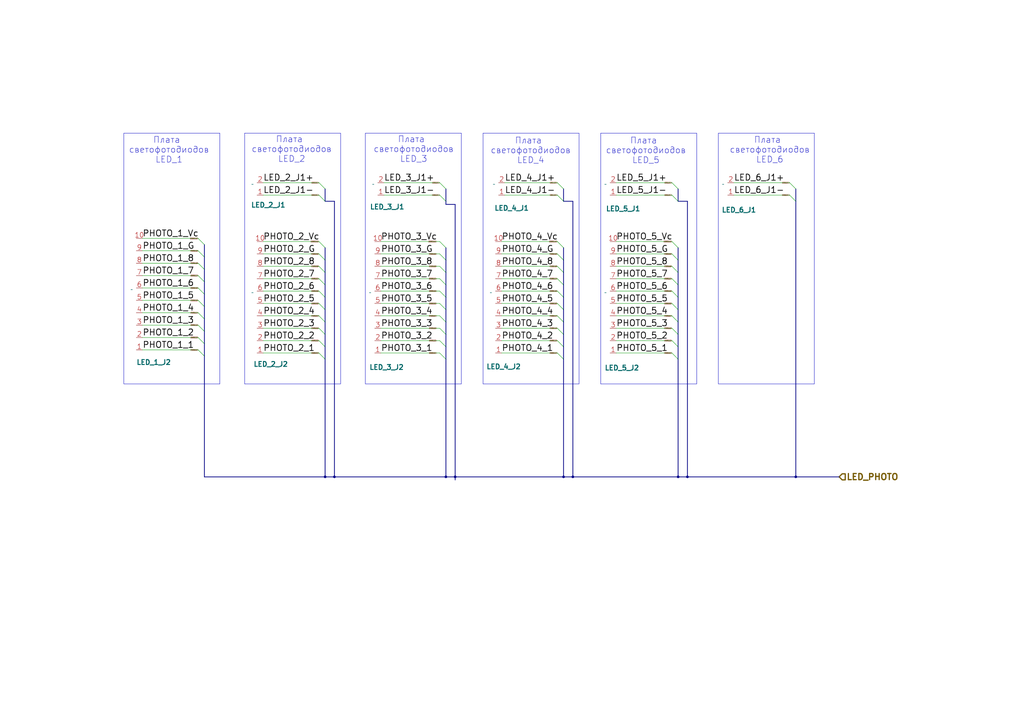
<source format=kicad_sch>
(kicad_sch (version 20231120) (generator "eeschema") (generator_version "8.0")
  (paper "A3")
  (lib_symbols
    (symbol "Connector:Conn_01x02_(wide)"
      (property "Reference" "J" (at 0 0 0))
      (symbol "Conn_01x02_(wide)_1_1"
        (pin input line (at -2.54 -5.08 0) (length 2.54) (name "") (number "1"))
        (pin input line (at -2.54 -10.16 0) (length 2.54) (name "") (number "2"))
      )
    )
    (symbol "Connector:Conn_01x10_(wide)"
      (property "Reference" "J" (at 0 0 0))
      (symbol "Conn_01x10_(wide)_1_1"
        (pin input line (at -2.54 -5.08 0) (length 2.54) (name "") (number "1"))
        (pin input line (at -2.54 -50.8 0) (length 2.54) (name "") (number "10"))
        (pin input line (at -2.54 -10.16 0) (length 2.54) (name "") (number "2"))
        (pin input line (at -2.54 -15.24 0) (length 2.54) (name "") (number "3"))
        (pin input line (at -2.54 -20.32 0) (length 2.54) (name "") (number "4"))
        (pin input line (at -2.54 -25.4 0) (length 2.54) (name "") (number "5"))
        (pin input line (at -2.54 -30.48 0) (length 2.54) (name "") (number "6"))
        (pin input line (at -2.54 -35.56 0) (length 2.54) (name "") (number "7"))
        (pin input line (at -2.54 -40.64 0) (length 2.54) (name "") (number "8"))
        (pin input line (at -2.54 -45.72 0) (length 2.54) (name "") (number "9"))
      )
    )
  )
  (junction (at 231.14 195.58))
  (junction (at 326.39 195.58))
  (junction (at 278.13 195.58))
  (junction (at 234.95 195.58))
  (junction (at 133.35 195.58))
  (junction (at 137.16 195.58))
  (junction (at 182.88 195.58))
  (junction (at 281.94 195.58))
  (junction (at 186.69 195.58))
  (bus_entry (at 182.88 147.32) (size -2.54 -2.54))
  (bus_entry (at 326.39 82.55) (size -2.54 -2.54))
  (bus_entry (at 133.35 121.92) (size -2.54 -2.54))
  (bus_entry (at 182.88 127) (size -2.54 -2.54))
  (bus_entry (at 182.88 111.76) (size -2.54 -2.54))
  (bus_entry (at 278.13 132.08) (size -2.54 -2.54))
  (bus_entry (at 81.28 107.95) (size 2.54 2.54))
  (bus_entry (at 278.13 127) (size -2.54 -2.54))
  (bus_entry (at 133.35 82.55) (size -2.54 -2.54))
  (bus_entry (at 81.28 123.19) (size 2.54 2.54))
  (bus_entry (at 81.28 97.79) (size 2.54 2.54))
  (bus_entry (at 182.88 142.24) (size -2.54 -2.54))
  (bus_entry (at 278.13 111.76) (size -2.54 -2.54))
  (bus_entry (at 231.14 142.24) (size -2.54 -2.54))
  (bus_entry (at 81.28 118.11) (size 2.54 2.54))
  (bus_entry (at 182.88 82.55) (size -2.54 -2.54))
  (bus_entry (at 81.28 102.87) (size 2.54 2.54))
  (bus_entry (at 182.88 132.08) (size -2.54 -2.54))
  (bus_entry (at 133.35 77.47) (size -2.54 -2.54))
  (bus_entry (at 231.14 77.47) (size -2.54 -2.54))
  (bus_entry (at 278.13 147.32) (size -2.54 -2.54))
  (bus_entry (at 182.88 106.68) (size -2.54 -2.54))
  (bus_entry (at 278.13 101.6) (size -2.54 -2.54))
  (bus_entry (at 278.13 82.55) (size -2.54 -2.54))
  (bus_entry (at 231.14 121.92) (size -2.54 -2.54))
  (bus_entry (at 231.14 82.55) (size -2.54 -2.54))
  (bus_entry (at 81.28 138.43) (size 2.54 2.54))
  (bus_entry (at 182.88 121.92) (size -2.54 -2.54))
  (bus_entry (at 326.39 77.47) (size -2.54 -2.54))
  (bus_entry (at 133.35 142.24) (size -2.54 -2.54))
  (bus_entry (at 278.13 121.92) (size -2.54 -2.54))
  (bus_entry (at 81.28 143.51) (size 2.54 2.54))
  (bus_entry (at 231.14 116.84) (size -2.54 -2.54))
  (bus_entry (at 133.35 137.16) (size -2.54 -2.54))
  (bus_entry (at 81.28 113.03) (size 2.54 2.54))
  (bus_entry (at 278.13 142.24) (size -2.54 -2.54))
  (bus_entry (at 231.14 147.32) (size -2.54 -2.54))
  (bus_entry (at 278.13 106.68) (size -2.54 -2.54))
  (bus_entry (at 231.14 106.68) (size -2.54 -2.54))
  (bus_entry (at 278.13 116.84) (size -2.54 -2.54))
  (bus_entry (at 133.35 147.32) (size -2.54 -2.54))
  (bus_entry (at 81.28 128.27) (size 2.54 2.54))
  (bus_entry (at 231.14 132.08) (size -2.54 -2.54))
  (bus_entry (at 231.14 111.76) (size -2.54 -2.54))
  (bus_entry (at 231.14 101.6) (size -2.54 -2.54))
  (bus_entry (at 81.28 133.35) (size 2.54 2.54))
  (bus_entry (at 133.35 111.76) (size -2.54 -2.54))
  (bus_entry (at 231.14 137.16) (size -2.54 -2.54))
  (bus_entry (at 133.35 127) (size -2.54 -2.54))
  (bus_entry (at 278.13 137.16) (size -2.54 -2.54))
  (bus_entry (at 182.88 137.16) (size -2.54 -2.54))
  (bus_entry (at 133.35 106.68) (size -2.54 -2.54))
  (bus_entry (at 278.13 77.47) (size -2.54 -2.54))
  (bus_entry (at 182.88 116.84) (size -2.54 -2.54))
  (bus_entry (at 231.14 127) (size -2.54 -2.54))
  (bus_entry (at 182.88 101.6) (size -2.54 -2.54))
  (bus_entry (at 133.35 132.08) (size -2.54 -2.54))
  (bus_entry (at 133.35 101.6) (size -2.54 -2.54))
  (bus_entry (at 133.35 116.84) (size -2.54 -2.54))
  (bus_entry (at 182.88 77.47) (size -2.54 -2.54))
  (bus (pts (xy 278.13 106.68) (xy 278.13 101.6)))
  (wire (pts (xy 81.28 118.11) (xy 58.42 118.11)))
  (wire (pts (xy 180.34 139.7) (xy 156.21 139.7)))
  (bus (pts (xy 231.14 142.24) (xy 231.14 137.16)))
  (bus (pts (xy 182.88 106.68) (xy 182.88 101.6)))
  (wire (pts (xy 180.34 119.38) (xy 156.21 119.38)))
  (wire (pts (xy 228.6 104.14) (xy 205.74 104.14)))
  (bus (pts (xy 83.82 100.33) (xy 83.82 105.41)))
  (wire (pts (xy 81.28 128.27) (xy 58.42 128.27)))
  (bus (pts (xy 182.88 83.82) (xy 186.69 83.82)))
  (wire (pts (xy 180.34 104.14) (xy 156.21 104.14)))
  (bus (pts (xy 133.35 132.08) (xy 133.35 127)))
  (bus (pts (xy 278.13 121.92) (xy 278.13 116.84)))
  (bus (pts (xy 231.14 127) (xy 231.14 121.92)))
  (wire (pts (xy 180.34 129.54) (xy 156.21 129.54)))
  (wire (pts (xy 81.28 97.79) (xy 58.42 97.79)))
  (bus (pts (xy 231.14 121.92) (xy 231.14 116.84)))
  (wire (pts (xy 275.59 109.22) (xy 252.73 109.22)))
  (bus (pts (xy 231.14 132.08) (xy 231.14 127)))
  (bus (pts (xy 182.88 147.32) (xy 182.88 195.58)))
  (wire (pts (xy 275.59 74.93) (xy 252.73 74.93)))
  (bus (pts (xy 182.88 121.92) (xy 182.88 116.84)))
  (bus (pts (xy 186.69 195.58) (xy 231.14 195.58)))
  (bus (pts (xy 234.95 82.55) (xy 234.95 195.58)))
  (bus (pts (xy 231.14 147.32) (xy 231.14 142.24)))
  (bus (pts (xy 231.14 137.16) (xy 231.14 132.08)))
  (wire (pts (xy 180.34 144.78) (xy 156.21 144.78)))
  (bus (pts (xy 278.13 82.55) (xy 281.94 82.55)))
  (wire (pts (xy 81.28 138.43) (xy 58.42 138.43)))
  (bus (pts (xy 83.82 195.58) (xy 133.35 195.58)))
  (bus (pts (xy 231.14 116.84) (xy 231.14 111.76)))
  (wire (pts (xy 275.59 99.06) (xy 252.73 99.06)))
  (bus (pts (xy 278.13 132.08) (xy 278.13 127)))
  (wire (pts (xy 81.28 133.35) (xy 58.42 133.35)))
  (wire (pts (xy 81.28 143.51) (xy 58.42 143.51)))
  (bus (pts (xy 186.69 196.85) (xy 186.69 195.58)))
  (bus (pts (xy 182.88 116.84) (xy 182.88 111.76)))
  (bus (pts (xy 182.88 142.24) (xy 182.88 137.16)))
  (bus (pts (xy 278.13 82.55) (xy 278.13 77.47)))
  (wire (pts (xy 180.34 134.62) (xy 156.21 134.62)))
  (bus (pts (xy 133.35 147.32) (xy 133.35 195.58)))
  (bus (pts (xy 278.13 147.32) (xy 278.13 195.58)))
  (wire (pts (xy 180.34 114.3) (xy 156.21 114.3)))
  (wire (pts (xy 130.81 80.01) (xy 107.95 80.01)))
  (bus (pts (xy 133.35 82.55) (xy 133.35 77.47)))
  (wire (pts (xy 130.81 114.3) (xy 107.95 114.3)))
  (bus (pts (xy 83.82 130.81) (xy 83.82 135.89)))
  (bus (pts (xy 182.88 132.08) (xy 182.88 127)))
  (wire (pts (xy 228.6 74.93) (xy 207.01 74.93)))
  (wire (pts (xy 228.6 119.38) (xy 205.74 119.38)))
  (bus (pts (xy 182.88 137.16) (xy 182.88 132.08)))
  (bus (pts (xy 278.13 137.16) (xy 278.13 132.08)))
  (bus (pts (xy 278.13 111.76) (xy 278.13 106.68)))
  (wire (pts (xy 275.59 119.38) (xy 252.73 119.38)))
  (bus (pts (xy 83.82 125.73) (xy 83.82 130.81)))
  (bus (pts (xy 278.13 195.58) (xy 281.94 195.58)))
  (bus (pts (xy 231.14 82.55) (xy 231.14 77.47)))
  (wire (pts (xy 130.81 109.22) (xy 107.95 109.22)))
  (bus (pts (xy 133.35 195.58) (xy 137.16 195.58)))
  (wire (pts (xy 228.6 129.54) (xy 205.74 129.54)))
  (bus (pts (xy 83.82 140.97) (xy 83.82 146.05)))
  (wire (pts (xy 180.34 74.93) (xy 157.48 74.93)))
  (wire (pts (xy 275.59 139.7) (xy 252.73 139.7)))
  (bus (pts (xy 137.16 82.55) (xy 137.16 195.58)))
  (wire (pts (xy 81.28 107.95) (xy 58.42 107.95)))
  (wire (pts (xy 180.34 124.46) (xy 156.21 124.46)))
  (bus (pts (xy 133.35 82.55) (xy 137.16 82.55)))
  (wire (pts (xy 275.59 124.46) (xy 252.73 124.46)))
  (bus (pts (xy 281.94 82.55) (xy 281.94 195.58)))
  (bus (pts (xy 326.39 82.55) (xy 326.39 195.58)))
  (wire (pts (xy 81.28 102.87) (xy 58.42 102.87)))
  (bus (pts (xy 83.82 110.49) (xy 83.82 115.57)))
  (wire (pts (xy 228.6 134.62) (xy 205.74 134.62)))
  (bus (pts (xy 133.35 116.84) (xy 133.35 111.76)))
  (wire (pts (xy 130.81 139.7) (xy 107.95 139.7)))
  (bus (pts (xy 278.13 142.24) (xy 278.13 137.16)))
  (wire (pts (xy 228.6 144.78) (xy 205.74 144.78)))
  (bus (pts (xy 137.16 195.58) (xy 182.88 195.58)))
  (bus (pts (xy 326.39 82.55) (xy 326.39 77.47)))
  (wire (pts (xy 130.81 104.14) (xy 107.95 104.14)))
  (bus (pts (xy 182.88 127) (xy 182.88 121.92)))
  (bus (pts (xy 234.95 195.58) (xy 278.13 195.58)))
  (wire (pts (xy 180.34 99.06) (xy 156.21 99.06)))
  (wire (pts (xy 81.28 123.19) (xy 58.42 123.19)))
  (wire (pts (xy 228.6 114.3) (xy 205.74 114.3)))
  (bus (pts (xy 83.82 120.65) (xy 83.82 125.73)))
  (bus (pts (xy 182.88 111.76) (xy 182.88 106.68)))
  (wire (pts (xy 323.85 80.01) (xy 300.99 80.01)))
  (wire (pts (xy 228.6 124.46) (xy 205.74 124.46)))
  (wire (pts (xy 81.28 113.03) (xy 58.42 113.03)))
  (bus (pts (xy 133.35 142.24) (xy 133.35 137.16)))
  (bus (pts (xy 133.35 137.16) (xy 133.35 132.08)))
  (wire (pts (xy 275.59 80.01) (xy 252.73 80.01)))
  (bus (pts (xy 182.88 195.58) (xy 186.69 195.58)))
  (bus (pts (xy 83.82 146.05) (xy 83.82 195.58)))
  (bus (pts (xy 231.14 147.32) (xy 231.14 195.58)))
  (wire (pts (xy 180.34 109.22) (xy 156.21 109.22)))
  (bus (pts (xy 231.14 82.55) (xy 234.95 82.55)))
  (bus (pts (xy 281.94 195.58) (xy 326.39 195.58)))
  (bus (pts (xy 231.14 106.68) (xy 231.14 101.6)))
  (wire (pts (xy 275.59 129.54) (xy 252.73 129.54)))
  (bus (pts (xy 133.35 121.92) (xy 133.35 116.84)))
  (bus (pts (xy 186.69 83.82) (xy 186.69 195.58)))
  (wire (pts (xy 130.81 124.46) (xy 107.95 124.46)))
  (wire (pts (xy 228.6 139.7) (xy 205.74 139.7)))
  (bus (pts (xy 278.13 116.84) (xy 278.13 111.76)))
  (bus (pts (xy 83.82 135.89) (xy 83.82 140.97)))
  (bus (pts (xy 231.14 195.58) (xy 234.95 195.58)))
  (wire (pts (xy 275.59 114.3) (xy 252.73 114.3)))
  (bus (pts (xy 133.35 106.68) (xy 133.35 101.6)))
  (wire (pts (xy 228.6 99.06) (xy 205.74 99.06)))
  (bus (pts (xy 133.35 111.76) (xy 133.35 106.68)))
  (wire (pts (xy 180.34 80.01) (xy 157.48 80.01)))
  (bus (pts (xy 133.35 147.32) (xy 133.35 142.24)))
  (bus (pts (xy 231.14 111.76) (xy 231.14 106.68)))
  (wire (pts (xy 275.59 134.62) (xy 252.73 134.62)))
  (wire (pts (xy 130.81 99.06) (xy 107.95 99.06)))
  (wire (pts (xy 130.81 119.38) (xy 107.95 119.38)))
  (bus (pts (xy 182.88 83.82) (xy 182.88 82.55)))
  (wire (pts (xy 275.59 144.78) (xy 252.73 144.78)))
  (bus (pts (xy 182.88 147.32) (xy 182.88 142.24)))
  (wire (pts (xy 275.59 104.14) (xy 252.73 104.14)))
  (wire (pts (xy 228.6 109.22) (xy 205.74 109.22)))
  (bus (pts (xy 326.39 195.58) (xy 344.17 195.58)))
  (bus (pts (xy 133.35 127) (xy 133.35 121.92)))
  (bus (pts (xy 278.13 127) (xy 278.13 121.92)))
  (wire (pts (xy 130.81 74.93) (xy 107.95 74.93)))
  (bus (pts (xy 182.88 82.55) (xy 182.88 77.47)))
  (wire (pts (xy 130.81 129.54) (xy 107.95 129.54)))
  (bus (pts (xy 83.82 105.41) (xy 83.82 110.49)))
  (bus (pts (xy 278.13 147.32) (xy 278.13 142.24)))
  (wire (pts (xy 130.81 144.78) (xy 107.95 144.78)))
  (wire (pts (xy 130.81 134.62) (xy 107.95 134.62)))
  (bus (pts (xy 83.82 115.57) (xy 83.82 120.65)))
  (wire (pts (xy 228.6 80.01) (xy 207.01 80.01)))
  (wire (pts (xy 323.85 74.93) (xy 300.99 74.93)))
  (rectangle (start 334.01 54.61) (end 294.64 157.48))
  (rectangle (start 285.75 54.61) (end 246.38 157.48))
  (rectangle (start 139.7 54.61) (end 100.33 157.48))
  (rectangle (start 189.23 54.61) (end 149.86 157.48))
  (rectangle (start 237.49 54.61) (end 198.12 157.48))
  (rectangle (start 90.17 54.61) (end 50.8 157.48))
  (text "Плата \nсветофотодиодов\nLED_5" (at 264.922 67.31 0) (effects (font (size 2.5 2.5)) (justify bottom)))
  (text "Плата \nсветофотодиодов\nLED_4" (at 217.678 67.31 0) (effects (font (size 2.5 2.5)) (justify bottom)))
  (text "Плата \nсветофотодиодов\nLED_3" (at 169.672 66.802 0) (effects (font (size 2.5 2.5)) (justify bottom)))
  (text "Плата \nсветофотодиодов\nLED_6" (at 315.722 67.056 0) (effects (font (size 2.5 2.5)) (justify bottom)))
  (text "Плата \nсветофотодиодов\nLED_1" (at 69.342 67.056 0) (effects (font (size 2.5 2.5)) (justify bottom)))
  (text "Плата \nсветофотодиодов\nLED_2" (at 119.634 66.802 0) (effects (font (size 2.5 2.5)) (justify bottom)))
  (label "PHOTO_5_6" (at 252.73 119.38 0) (effects (font (size 2.5 2.5) (thickness 0.3125))))
  (label "PHOTO_5_7" (at 252.73 114.3 0) (effects (font (size 2.5 2.5) (thickness 0.3125))))
  (label "PHOTO_4_5" (at 205.74 124.46 0) (effects (font (size 2.5 2.5) (thickness 0.3125))))
  (label "PHOTO_2_2" (at 107.95 139.7 0) (effects (font (size 2.5 2.5) (thickness 0.3125))))
  (label "PHOTO_3_Vc" (at 156.21 99.06 0) (effects (font (size 2.5 2.5) (thickness 0.3125))))
  (label "LED_5_J1-" (at 252.73 80.01 0) (effects (font (size 2.5 2.5) (thickness 0.3125))))
  (label "LED_2_J1-" (at 107.95 80.01 0) (effects (font (size 2.5 2.5) (thickness 0.3125))))
  (label "PHOTO_1_6" (at 58.42 118.11 0) (effects (font (size 2.5 2.5) (thickness 0.3125))))
  (label "PHOTO_2_G" (at 107.95 104.14 0) (effects (font (size 2.5 2.5) (thickness 0.3125))))
  (label "PHOTO_5_G" (at 252.73 104.14 0) (effects (font (size 2.5 2.5) (thickness 0.3125))))
  (label "LED_3_J1+" (at 157.48 74.93 0) (effects (font (size 2.5 2.5) (thickness 0.3125))))
  (label "PHOTO_3_2" (at 156.21 139.7 0) (effects (font (size 2.5 2.5) (thickness 0.3125))))
  (label "PHOTO_2_5" (at 107.95 124.46 0) (effects (font (size 2.5 2.5) (thickness 0.3125))))
  (label "PHOTO_5_1" (at 252.73 144.78 0) (effects (font (size 2.5 2.5) (thickness 0.3125))))
  (label "PHOTO_1_8" (at 58.42 107.95 0) (effects (font (size 2.5 2.5) (thickness 0.3125))))
  (label "LED_3_J1-" (at 157.48 80.01 0) (effects (font (size 2.5 2.5) (thickness 0.3125))))
  (label "PHOTO_5_2" (at 252.73 139.7 0) (effects (font (size 2.5 2.5) (thickness 0.3125))))
  (label "PHOTO_2_7" (at 107.95 114.3 0) (effects (font (size 2.5 2.5) (thickness 0.3125))))
  (label "PHOTO_4_2" (at 205.74 139.7 0) (effects (font (size 2.5 2.5) (thickness 0.3125))))
  (label "PHOTO_5_8" (at 252.73 109.22 0) (effects (font (size 2.5 2.5) (thickness 0.3125))))
  (label "PHOTO_1_4" (at 58.42 128.27 0) (effects (font (size 2.5 2.5) (thickness 0.3125))))
  (label "PHOTO_3_3" (at 156.21 134.62 0) (effects (font (size 2.5 2.5) (thickness 0.3125))))
  (label "PHOTO_1_3" (at 58.42 133.35 0) (effects (font (size 2.5 2.5) (thickness 0.3125))))
  (label "LED_5_J1+" (at 252.73 74.93 0) (effects (font (size 2.5 2.5) (thickness 0.3125))))
  (label "PHOTO_2_6" (at 107.95 119.38 0) (effects (font (size 2.5 2.5) (thickness 0.3125))))
  (label "LED_4_J1-" (at 207.01 80.01 0) (effects (font (size 2.5 2.5) (thickness 0.3125))))
  (label "PHOTO_4_6" (at 205.74 119.38 0) (effects (font (size 2.5 2.5) (thickness 0.3125))))
  (label "PHOTO_3_G" (at 156.21 104.14 0) (effects (font (size 2.5 2.5) (thickness 0.3125))))
  (label "LED_6_J1-" (at 300.99 80.01 0) (effects (font (size 2.5 2.5) (thickness 0.3125))))
  (label "PHOTO_1_Vc" (at 58.42 97.79 0) (effects (font (size 2.5 2.5) (thickness 0.3125))))
  (label "PHOTO_3_5" (at 156.21 124.46 0) (effects (font (size 2.5 2.5) (thickness 0.3125))))
  (label "PHOTO_3_8" (at 156.21 109.22 0) (effects (font (size 2.5 2.5) (thickness 0.3125))))
  (label "PHOTO_4_3" (at 205.74 134.62 0) (effects (font (size 2.5 2.5) (thickness 0.3125))))
  (label "PHOTO_5_3" (at 252.73 134.62 0) (effects (font (size 2.5 2.5) (thickness 0.3125))))
  (label "PHOTO_4_G" (at 205.74 104.14 0) (effects (font (size 2.5 2.5) (thickness 0.3125))))
  (label "PHOTO_1_5" (at 58.42 123.19 0) (effects (font (size 2.5 2.5) (thickness 0.3125))))
  (label "PHOTO_2_1" (at 107.95 144.78 0) (effects (font (size 2.5 2.5) (thickness 0.3125))))
  (label "PHOTO_3_4" (at 156.21 129.54 0) (effects (font (size 2.5 2.5) (thickness 0.3125))))
  (label "PHOTO_4_4" (at 205.74 129.54 0) (effects (font (size 2.5 2.5) (thickness 0.3125))))
  (label "PHOTO_5_5" (at 252.73 124.46 0) (effects (font (size 2.5 2.5) (thickness 0.3125))))
  (label "PHOTO_4_7" (at 205.74 114.3 0) (effects (font (size 2.5 2.5) (thickness 0.3125))))
  (label "PHOTO_4_8" (at 205.74 109.22 0) (effects (font (size 2.5 2.5) (thickness 0.3125))))
  (label "LED_6_J1+" (at 300.99 74.93 0) (effects (font (size 2.5 2.5) (thickness 0.3125))))
  (label "PHOTO_3_1" (at 156.21 144.78 0) (effects (font (size 2.5 2.5) (thickness 0.3125))))
  (label "PHOTO_2_Vc" (at 107.95 99.06 0) (effects (font (size 2.5 2.5) (thickness 0.3125))))
  (label "PHOTO_2_4" (at 107.95 129.54 0) (effects (font (size 2.5 2.5) (thickness 0.3125))))
  (label "PHOTO_5_4" (at 252.73 129.54 0) (effects (font (size 2.5 2.5) (thickness 0.3125))))
  (label "PHOTO_5_Vc" (at 252.73 99.06 0) (effects (font (size 2.5 2.5) (thickness 0.3125))))
  (label "PHOTO_4_Vc" (at 205.74 99.06 0) (effects (font (size 2.5 2.5) (thickness 0.3125))))
  (label "LED_4_J1+" (at 207.01 74.93 0) (effects (font (size 2.5 2.5) (thickness 0.3125))))
  (label "LED_2_J1+" (at 107.95 74.93 0) (effects (font (size 2.5 2.5) (thickness 0.3125))))
  (label "PHOTO_1_1" (at 58.42 143.51 0) (effects (font (size 2.5 2.5) (thickness 0.3125))))
  (label "PHOTO_1_G" (at 58.42 102.87 0) (effects (font (size 2.5 2.5) (thickness 0.3125))))
  (label "PHOTO_3_7" (at 156.21 114.3 0) (effects (font (size 2.5 2.5) (thickness 0.3125))))
  (label "PHOTO_1_2" (at 58.42 138.43 0) (effects (font (size 2.5 2.5) (thickness 0.3125))))
  (label "PHOTO_4_1" (at 205.74 144.78 0) (effects (font (size 2.5 2.5) (thickness 0.3125))))
  (label "PHOTO_3_6" (at 156.21 119.38 0) (effects (font (size 2.5 2.5) (thickness 0.3125))))
  (label "PHOTO_2_8" (at 107.95 109.22 0) (effects (font (size 2.5 2.5) (thickness 0.3125))))
  (label "PHOTO_1_7" (at 58.42 113.03 0) (effects (font (size 2.5 2.5) (thickness 0.3125))))
  (label "PHOTO_2_3" (at 107.95 134.62 0) (effects (font (size 2.5 2.5) (thickness 0.3125))))
  (global_label "PHOTO_1_Vc" (shape input) (at 81.28 97.79 180) (effects (font (size 0.3 0.3))) (property "Intersheetrefs" "${INTERSHEET_REFS}" (effects (hide yes))))
  (global_label "PHOTO_4_5" (shape input) (at 228.6 124.46 180) (effects (font (size 0.3 0.3))) (property "Intersheetrefs" "${INTERSHEET_REFS}" (effects (hide yes))))
  (global_label "LED_3_J1+" (shape input) (at 180.34 74.93 180) (effects (font (size 0.3 0.3))) (property "Intersheetrefs" "${INTERSHEET_REFS}" (effects (hide yes))))
  (global_label "PHOTO_1_7" (shape input) (at 81.28 113.03 180) (effects (font (size 0.3 0.3))) (property "Intersheetrefs" "${INTERSHEET_REFS}" (effects (hide yes))))
  (global_label "PHOTO_4_7" (shape input) (at 228.6 114.3 180) (effects (font (size 0.3 0.3))) (property "Intersheetrefs" "${INTERSHEET_REFS}" (effects (hide yes))))
  (global_label "PHOTO_2_7" (shape input) (at 130.81 114.3 180) (effects (font (size 0.3 0.3))) (property "Intersheetrefs" "${INTERSHEET_REFS}" (effects (hide yes))))
  (global_label "PHOTO_4_4" (shape input) (at 228.6 129.54 180) (effects (font (size 0.3 0.3))) (property "Intersheetrefs" "${INTERSHEET_REFS}" (effects (hide yes))))
  (global_label "PHOTO_3_7" (shape input) (at 179.07 114.3 180) (effects (font (size 0.3 0.3))) (property "Intersheetrefs" "${INTERSHEET_REFS}" (effects (hide yes))))
  (global_label "PHOTO_2_3" (shape input) (at 130.81 134.62 180) (effects (font (size 0.3 0.3))) (property "Intersheetrefs" "${INTERSHEET_REFS}" (effects (hide yes))))
  (global_label "PHOTO_3_4" (shape input) (at 179.07 129.54 180) (effects (font (size 0.3 0.3))) (property "Intersheetrefs" "${INTERSHEET_REFS}" (effects (hide yes))))
  (global_label "LED_5_J1+" (shape input) (at 275.59 74.93 180) (effects (font (size 0.3 0.3))) (property "Intersheetrefs" "${INTERSHEET_REFS}" (effects (hide yes))))
  (global_label "PHOTO_4_1" (shape input) (at 228.6 144.78 180) (effects (font (size 0.3 0.3))) (property "Intersheetrefs" "${INTERSHEET_REFS}" (effects (hide yes))))
  (global_label "PHOTO_1_5" (shape input) (at 81.28 123.19 180) (effects (font (size 0.3 0.3))) (property "Intersheetrefs" "${INTERSHEET_REFS}" (effects (hide yes))))
  (global_label "PHOTO_5_2" (shape input) (at 275.59 139.7 180) (effects (font (size 0.3 0.3))) (property "Intersheetrefs" "${INTERSHEET_REFS}" (effects (hide yes))))
  (global_label "PHOTO_5_Vc" (shape input) (at 275.59 99.06 180) (effects (font (size 0.3 0.3))) (property "Intersheetrefs" "${INTERSHEET_REFS}" (effects (hide yes))))
  (global_label "PHOTO_1_8" (shape input) (at 81.28 107.95 180) (effects (font (size 0.3 0.3))) (property "Intersheetrefs" "${INTERSHEET_REFS}" (effects (hide yes))))
  (global_label "LED_6_J1-" (shape input) (at 323.85 80.01 180) (effects (font (size 0.3 0.3))) (property "Intersheetrefs" "${INTERSHEET_REFS}" (effects (hide yes))))
  (global_label "PHOTO_1_2" (shape input) (at 81.28 138.43 180) (effects (font (size 0.3 0.3))) (property "Intersheetrefs" "${INTERSHEET_REFS}" (effects (hide yes))))
  (global_label "PHOTO_2_5" (shape input) (at 130.81 124.46 180) (effects (font (size 0.3 0.3))) (property "Intersheetrefs" "${INTERSHEET_REFS}" (effects (hide yes))))
  (global_label "PHOTO_5_8" (shape input) (at 275.59 109.22 180) (effects (font (size 0.3 0.3))) (property "Intersheetrefs" "${INTERSHEET_REFS}" (effects (hide yes))))
  (global_label "PHOTO_1_1" (shape input) (at 81.28 143.51 180) (effects (font (size 0.3 0.3))) (property "Intersheetrefs" "${INTERSHEET_REFS}" (effects (hide yes))))
  (global_label "PHOTO_3_3" (shape input) (at 179.07 134.62 180) (effects (font (size 0.3 0.3))) (property "Intersheetrefs" "${INTERSHEET_REFS}" (effects (hide yes))))
  (global_label "PHOTO_5_1" (shape input) (at 275.59 144.78 180) (effects (font (size 0.3 0.3))) (property "Intersheetrefs" "${INTERSHEET_REFS}" (effects (hide yes))))
  (global_label "PHOTO_5_3" (shape input) (at 275.59 134.62 180) (effects (font (size 0.3 0.3))) (property "Intersheetrefs" "${INTERSHEET_REFS}" (effects (hide yes))))
  (global_label "LED_3_J1-" (shape input) (at 180.34 80.01 180) (effects (font (size 0.3 0.3))) (property "Intersheetrefs" "${INTERSHEET_REFS}" (effects (hide yes))))
  (global_label "PHOTO_5_6" (shape input) (at 275.59 119.38 180) (effects (font (size 0.3 0.3))) (property "Intersheetrefs" "${INTERSHEET_REFS}" (effects (hide yes))))
  (global_label "PHOTO_3_2" (shape input) (at 179.07 139.7 180) (effects (font (size 0.3 0.3))) (property "Intersheetrefs" "${INTERSHEET_REFS}" (effects (hide yes))))
  (global_label "LED_2_J1-" (shape input) (at 130.81 80.01 180) (effects (font (size 0.3 0.3))) (property "Intersheetrefs" "${INTERSHEET_REFS}" (effects (hide yes))))
  (global_label "PHOTO_4_Vc" (shape input) (at 228.6 99.06 180) (effects (font (size 0.3 0.3))) (property "Intersheetrefs" "${INTERSHEET_REFS}" (effects (hide yes))))
  (global_label "PHOTO_3_8" (shape input) (at 179.07 109.22 180) (effects (font (size 0.3 0.3))) (property "Intersheetrefs" "${INTERSHEET_REFS}" (effects (hide yes))))
  (global_label "PHOTO_3_G" (shape input) (at 179.07 104.14 180) (effects (font (size 0.3 0.3))) (property "Intersheetrefs" "${INTERSHEET_REFS}" (effects (hide yes))))
  (global_label "PHOTO_2_Vc" (shape input) (at 130.81 99.06 180) (effects (font (size 0.3 0.3))) (property "Intersheetrefs" "${INTERSHEET_REFS}" (effects (hide yes))))
  (global_label "PHOTO_5_4" (shape input) (at 275.59 129.54 180) (effects (font (size 0.3 0.3))) (property "Intersheetrefs" "${INTERSHEET_REFS}" (effects (hide yes))))
  (global_label "PHOTO_3_6" (shape input) (at 179.07 119.38 180) (effects (font (size 0.3 0.3))) (property "Intersheetrefs" "${INTERSHEET_REFS}" (effects (hide yes))))
  (global_label "PHOTO_2_6" (shape input) (at 130.81 119.38 180) (effects (font (size 0.3 0.3))) (property "Intersheetrefs" "${INTERSHEET_REFS}" (effects (hide yes))))
  (global_label "LED_4_J1-" (shape input) (at 228.6 80.01 180) (effects (font (size 0.3 0.3))) (property "Intersheetrefs" "${INTERSHEET_REFS}" (effects (hide yes))))
  (global_label "PHOTO_1_4" (shape input) (at 81.28 128.27 180) (effects (font (size 0.3 0.3))) (property "Intersheetrefs" "${INTERSHEET_REFS}" (effects (hide yes))))
  (global_label "PHOTO_1_G" (shape input) (at 81.28 102.87 180) (effects (font (size 0.3 0.3))) (property "Intersheetrefs" "${INTERSHEET_REFS}" (effects (hide yes))))
  (global_label "PHOTO_1_3" (shape input) (at 81.28 133.35 180) (effects (font (size 0.3 0.3))) (property "Intersheetrefs" "${INTERSHEET_REFS}" (effects (hide yes))))
  (global_label "LED_5_J1-" (shape input) (at 275.59 80.01 180) (effects (font (size 0.3 0.3))) (property "Intersheetrefs" "${INTERSHEET_REFS}" (effects (hide yes))))
  (global_label "LED_4_J1+" (shape input) (at 228.6 74.93 180) (effects (font (size 0.3 0.3))) (property "Intersheetrefs" "${INTERSHEET_REFS}" (effects (hide yes))))
  (global_label "PHOTO_4_6" (shape input) (at 228.6 119.38 180) (effects (font (size 0.3 0.3))) (property "Intersheetrefs" "${INTERSHEET_REFS}" (effects (hide yes))))
  (global_label "PHOTO_3_1" (shape input) (at 179.07 144.78 180) (effects (font (size 0.3 0.3))) (property "Intersheetrefs" "${INTERSHEET_REFS}" (effects (hide yes))))
  (global_label "PHOTO_4_3" (shape input) (at 228.6 134.62 180) (effects (font (size 0.3 0.3))) (property "Intersheetrefs" "${INTERSHEET_REFS}" (effects (hide yes))))
  (global_label "PHOTO_4_2" (shape input) (at 228.6 139.7 180) (effects (font (size 0.3 0.3))) (property "Intersheetrefs" "${INTERSHEET_REFS}" (effects (hide yes))))
  (global_label "PHOTO_4_8" (shape input) (at 228.6 109.22 180) (effects (font (size 0.3 0.3))) (property "Intersheetrefs" "${INTERSHEET_REFS}" (effects (hide yes))))
  (global_label "LED_6_J1+" (shape input) (at 323.85 74.93 180) (effects (font (size 0.3 0.3))) (property "Intersheetrefs" "${INTERSHEET_REFS}" (effects (hide yes))))
  (global_label "PHOTO_5_G" (shape input) (at 275.59 104.14 180) (effects (font (size 0.3 0.3))) (property "Intersheetrefs" "${INTERSHEET_REFS}" (effects (hide yes))))
  (global_label "PHOTO_3_Vc" (shape input) (at 179.07 99.06 180) (effects (font (size 0.3 0.3))) (property "Intersheetrefs" "${INTERSHEET_REFS}" (effects (hide yes))))
  (global_label "PHOTO_2_4" (shape input) (at 130.81 129.54 180) (effects (font (size 0.3 0.3))) (property "Intersheetrefs" "${INTERSHEET_REFS}" (effects (hide yes))))
  (global_label "PHOTO_3_5" (shape input) (at 179.07 124.46 180) (effects (font (size 0.3 0.3))) (property "Intersheetrefs" "${INTERSHEET_REFS}" (effects (hide yes))))
  (global_label "PHOTO_2_G" (shape input) (at 130.81 104.14 180) (effects (font (size 0.3 0.3))) (property "Intersheetrefs" "${INTERSHEET_REFS}" (effects (hide yes))))
  (global_label "PHOTO_5_5" (shape input) (at 275.59 124.46 180) (effects (font (size 0.3 0.3))) (property "Intersheetrefs" "${INTERSHEET_REFS}" (effects (hide yes))))
  (global_label "PHOTO_5_7" (shape input) (at 275.59 114.3 180) (effects (font (size 0.3 0.3))) (property "Intersheetrefs" "${INTERSHEET_REFS}" (effects (hide yes))))
  (global_label "LED_2_J1+" (shape input) (at 130.81 74.93 180) (effects (font (size 0.3 0.3))) (property "Intersheetrefs" "${INTERSHEET_REFS}" (effects (hide yes))))
  (global_label "PHOTO_4_G" (shape input) (at 228.6 104.14 180) (effects (font (size 0.3 0.3))) (property "Intersheetrefs" "${INTERSHEET_REFS}" (effects (hide yes))))
  (global_label "PHOTO_2_8" (shape input) (at 130.81 109.22 180) (effects (font (size 0.3 0.3))) (property "Intersheetrefs" "${INTERSHEET_REFS}" (effects (hide yes))))
  (global_label "PHOTO_2_1" (shape input) (at 130.81 144.78 180) (effects (font (size 0.3 0.3))) (property "Intersheetrefs" "${INTERSHEET_REFS}" (effects (hide yes))))
  (global_label "PHOTO_1_6" (shape input) (at 81.28 118.11 180) (effects (font (size 0.3 0.3))) (property "Intersheetrefs" "${INTERSHEET_REFS}" (effects (hide yes))))
  (global_label "PHOTO_2_2" (shape input) (at 130.81 139.7 180) (effects (font (size 0.3 0.3))) (property "Intersheetrefs" "${INTERSHEET_REFS}" (effects (hide yes))))
  (hierarchical_label "LED_PHOTO" (shape input) (at 344.17 195.58 0) (effects (font (size 2.5 2.5) (thickness 0.5) (bold yes))))
  (symbol (lib_id "Connector:Conn_01x02_(wide)") (at 204.47 85.09 180) (unit 1)
    (property "Reference" "LED_4_J1" (at 217.17 85.344 0) (effects (font (size 2 2) (thickness 0.4) (bold yes)) (justify left)))
    (property "Value" "~" (at 203.2 75.565 0) (effects (justify left)))
  )
  (symbol (lib_id "Connector:Conn_01x10_(wide)") (at 250.19 149.86 180) (unit 1)
    (property "Reference" "LED_5_J2" (at 262.382 150.876 0) (effects (font (size 2 2) (thickness 0.4) (bold yes)) (justify left)))
    (property "Value" "~" (at 248.92 120.015 0) (effects (justify left)))
  )
  (symbol (lib_id "Connector:Conn_01x10_(wide)") (at 55.88 148.59 180) (unit 1)
    (property "Reference" "LED_1_J2" (at 70.358 148.59 0) (effects (font (size 2 2) (thickness 0.4) (bold yes)) (justify left)))
    (property "Value" "~" (at 54.61 118.745 0) (effects (justify left)))
  )
  (symbol (lib_id "Connector:Conn_01x02_(wide)") (at 298.45 85.09 180) (unit 1)
    (property "Reference" "LED_6_J1" (at 310.388 86.106 0) (effects (font (size 2 2) (thickness 0.4) (bold yes)) (justify left)))
    (property "Value" "~" (at 297.18 75.565 0) (effects (justify left)))
  )
  (symbol (lib_id "Connector:Conn_01x02_(wide)") (at 250.19 85.09 180) (unit 1)
    (property "Reference" "LED_5_J1" (at 262.89 85.598 0) (effects (font (size 2 2) (thickness 0.4) (bold yes)) (justify left)))
    (property "Value" "~" (at 248.92 75.565 0) (effects (justify left)))
  )
  (symbol (lib_id "Connector:Conn_01x10_(wide)") (at 203.2 149.86 180) (unit 1)
    (property "Reference" "LED_4_J2" (at 213.868 150.368 0) (effects (font (size 2 2) (thickness 0.4) (bold yes)) (justify left)))
    (property "Value" "~" (at 201.93 120.015 0) (effects (justify left)))
  )
  (symbol (lib_id "Connector:Conn_01x02_(wide)") (at 154.94 85.09 180) (unit 1)
    (property "Reference" "LED_3_J1" (at 166.116 84.836 0) (effects (font (size 2 2) (thickness 0.4) (bold yes)) (justify left)))
    (property "Value" "~" (at 153.67 75.565 0) (effects (justify left)))
  )
  (symbol (lib_id "Connector:Conn_01x10_(wide)") (at 105.41 149.86 180) (unit 1)
    (property "Reference" "LED_2_J2" (at 118.364 149.352 0) (effects (font (size 2 2) (thickness 0.4) (bold yes)) (justify left)))
    (property "Value" "~" (at 104.14 120.015 0) (effects (justify left)))
  )
  (symbol (lib_id "Connector:Conn_01x02_(wide)") (at 105.41 85.09 180) (unit 1)
    (property "Reference" "LED_2_J1" (at 117.348 84.074 0) (effects (font (size 2 2) (thickness 0.4) (bold yes)) (justify left)))
    (property "Value" "~" (at 104.14 75.565 0) (effects (justify left)))
  )
  (symbol (lib_id "Connector:Conn_01x10_(wide)") (at 153.67 149.86 180) (unit 1)
    (property "Reference" "LED_3_J2" (at 165.862 150.622 0) (effects (font (size 2 2) (thickness 0.4) (bold yes)) (justify left)))
    (property "Value" "~" (at 152.4 120.015 0) (effects (justify left)))
  )
)
</source>
